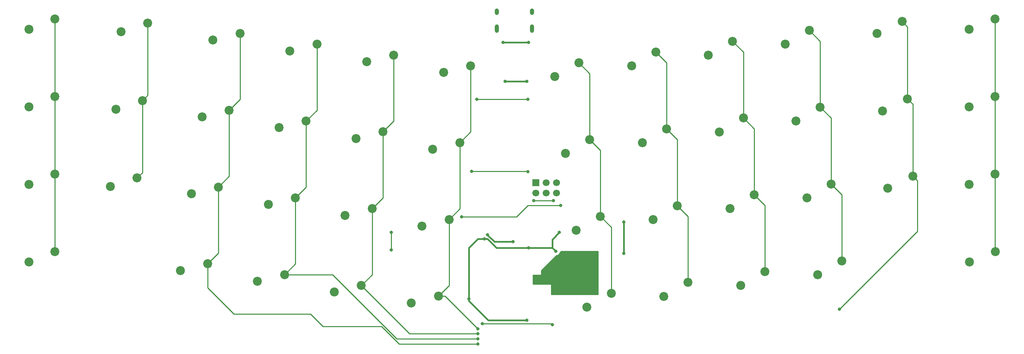
<source format=gbr>
G04 #@! TF.GenerationSoftware,KiCad,Pcbnew,5.1.9-73d0e3b20d~88~ubuntu20.04.1*
G04 #@! TF.CreationDate,2021-04-21T09:56:19-07:00*
G04 #@! TF.ProjectId,test1,74657374-312e-46b6-9963-61645f706362,rev?*
G04 #@! TF.SameCoordinates,Original*
G04 #@! TF.FileFunction,Copper,L1,Top*
G04 #@! TF.FilePolarity,Positive*
%FSLAX46Y46*%
G04 Gerber Fmt 4.6, Leading zero omitted, Abs format (unit mm)*
G04 Created by KiCad (PCBNEW 5.1.9-73d0e3b20d~88~ubuntu20.04.1) date 2021-04-21 09:56:19*
%MOMM*%
%LPD*%
G01*
G04 APERTURE LIST*
G04 #@! TA.AperFunction,ComponentPad*
%ADD10C,2.200000*%
G04 #@! TD*
G04 #@! TA.AperFunction,ComponentPad*
%ADD11O,1.000000X2.100000*%
G04 #@! TD*
G04 #@! TA.AperFunction,ComponentPad*
%ADD12O,1.000000X1.600000*%
G04 #@! TD*
G04 #@! TA.AperFunction,ComponentPad*
%ADD13R,1.700000X1.700000*%
G04 #@! TD*
G04 #@! TA.AperFunction,ComponentPad*
%ADD14C,1.700000*%
G04 #@! TD*
G04 #@! TA.AperFunction,ViaPad*
%ADD15C,0.800000*%
G04 #@! TD*
G04 #@! TA.AperFunction,Conductor*
%ADD16C,0.381000*%
G04 #@! TD*
G04 #@! TA.AperFunction,Conductor*
%ADD17C,0.254000*%
G04 #@! TD*
G04 #@! TA.AperFunction,Conductor*
%ADD18C,2.000000*%
G04 #@! TD*
G04 APERTURE END LIST*
D10*
X222114225Y-97163056D03*
X228048928Y-93764026D03*
X65770730Y-96127667D03*
X72412432Y-94496135D03*
X157564528Y-48522273D03*
X163499231Y-45123243D03*
X28543250Y-94075250D03*
X34893250Y-91535250D03*
X28543250Y-36925250D03*
X34893250Y-34385250D03*
D11*
X143380000Y-36752000D03*
X152020000Y-36752000D03*
D12*
X143380000Y-32572000D03*
X152020000Y-32572000D03*
D10*
X51205742Y-37494803D03*
X57717455Y-35403944D03*
X28543250Y-55975250D03*
X34893250Y-53435250D03*
X259334000Y-94075250D03*
X265684000Y-91535250D03*
X203247483Y-99813598D03*
X209182186Y-96414568D03*
X184382878Y-102464845D03*
X190317581Y-99065815D03*
X165518271Y-105116093D03*
X171452974Y-101717063D03*
X122390298Y-104088782D03*
X129032000Y-102457250D03*
X103501195Y-101430269D03*
X110142897Y-99798737D03*
X84636589Y-98779021D03*
X91278291Y-97147489D03*
X259302250Y-75025250D03*
X265652250Y-72485250D03*
X239340897Y-75948535D03*
X245498247Y-72971769D03*
X219460842Y-78297743D03*
X225395545Y-74898713D03*
X200609485Y-80953440D03*
X206544188Y-77554410D03*
X181731630Y-83600238D03*
X187666333Y-80201208D03*
X162867023Y-86251486D03*
X168801726Y-82852456D03*
X125017050Y-85216909D03*
X131658752Y-83585377D03*
X106152443Y-82565662D03*
X112794145Y-80934130D03*
X87287836Y-79914414D03*
X93929538Y-78282882D03*
X68423230Y-77263167D03*
X75064932Y-75631635D03*
X48548021Y-75501993D03*
X55059734Y-73411134D03*
X28543250Y-75025250D03*
X34893250Y-72485250D03*
X259302250Y-55975250D03*
X265652250Y-53435250D03*
X238012036Y-56944940D03*
X244169386Y-53968174D03*
X216809596Y-59433137D03*
X222744299Y-56034107D03*
X197957367Y-62082644D03*
X203892070Y-58683614D03*
X179080382Y-64735631D03*
X185015085Y-61336601D03*
X160215777Y-67386879D03*
X166150480Y-63987849D03*
X127668297Y-66352303D03*
X134309999Y-64720771D03*
X108803691Y-63701055D03*
X115445393Y-62069523D03*
X89939084Y-61049808D03*
X96580786Y-59418276D03*
X71074477Y-58398560D03*
X77716179Y-56767028D03*
X49876881Y-56498398D03*
X56388594Y-54407539D03*
X259302250Y-36925250D03*
X265652250Y-34385250D03*
X236683175Y-37941345D03*
X242840525Y-34964579D03*
X214158349Y-40568530D03*
X220093052Y-37169500D03*
X195306990Y-43224227D03*
X201241693Y-39825197D03*
X176442383Y-45875474D03*
X182377086Y-42476444D03*
X130319545Y-47487696D03*
X136961247Y-45856164D03*
X111454938Y-44836448D03*
X118096640Y-43204916D03*
X92590331Y-42185201D03*
X99232033Y-40553669D03*
X73725725Y-39533953D03*
X80367427Y-37902421D03*
D13*
X152908000Y-74549000D03*
D14*
X152908000Y-77089000D03*
X155448000Y-74549000D03*
X155448000Y-77089000D03*
X157988000Y-74549000D03*
X157988000Y-77089000D03*
D15*
X140335000Y-88392000D03*
X151130000Y-90551000D03*
X150749000Y-108331000D03*
X136525000Y-103124000D03*
X157861000Y-91440000D03*
X158700567Y-86790433D03*
X144921433Y-40146433D03*
X151195492Y-40139505D03*
X138430000Y-54102000D03*
X151003000Y-54102000D03*
X137160000Y-71755000D03*
X151003000Y-71882000D03*
X134747000Y-82931000D03*
X159004000Y-80137000D03*
X139827000Y-109220000D03*
X156972000Y-109474000D03*
X117475000Y-86741000D03*
X117475000Y-91059000D03*
X138684000Y-114173000D03*
X138684000Y-112903000D03*
X138684000Y-111633000D03*
X138684000Y-110490000D03*
X227457000Y-105664000D03*
X157734000Y-97536000D03*
X167894000Y-96393000D03*
X167894000Y-99441000D03*
X150749000Y-49657000D03*
X145415000Y-49657000D03*
X141125500Y-87376000D03*
X147320000Y-89027000D03*
X174498000Y-84201000D03*
X174498000Y-91948000D03*
X152400000Y-78994000D03*
X157226000Y-78994000D03*
D16*
X151130000Y-90551000D02*
X156337000Y-90551000D01*
X140335000Y-88392000D02*
X138684000Y-88392000D01*
X138684000Y-88392000D02*
X136525000Y-90551000D01*
X136525000Y-90551000D02*
X136525000Y-103124000D01*
X136525000Y-103632000D02*
X141224000Y-108331000D01*
X141224000Y-108331000D02*
X150749000Y-108331000D01*
X150749000Y-108331000D02*
X150749000Y-108331000D01*
X136525000Y-103124000D02*
X136525000Y-103632000D01*
X156972000Y-90551000D02*
X157861000Y-91440000D01*
X156337000Y-90551000D02*
X156972000Y-90551000D01*
X156972000Y-88519000D02*
X156972000Y-90551000D01*
X158700567Y-86790433D02*
X156972000Y-88519000D01*
X143256000Y-90551000D02*
X151130000Y-90551000D01*
X141097000Y-88392000D02*
X143256000Y-90551000D01*
X140335000Y-88392000D02*
X141097000Y-88392000D01*
X144928361Y-40139505D02*
X144921433Y-40146433D01*
X151195492Y-40139505D02*
X144928361Y-40139505D01*
D17*
X138430000Y-54102000D02*
X151003000Y-54102000D01*
X150876000Y-71755000D02*
X151003000Y-71882000D01*
X137160000Y-71755000D02*
X150876000Y-71755000D01*
X148209000Y-82931000D02*
X134747000Y-82931000D01*
X151003000Y-80137000D02*
X148209000Y-82931000D01*
X151003000Y-80137000D02*
X159004000Y-80137000D01*
X139827000Y-109220000D02*
X156718000Y-109220000D01*
X156718000Y-109220000D02*
X156972000Y-109474000D01*
X34893250Y-34385250D02*
X34893250Y-53435250D01*
X34893250Y-53435250D02*
X34893250Y-72485250D01*
X34893250Y-72485250D02*
X34893250Y-91535250D01*
X57717455Y-53078678D02*
X56388594Y-54407539D01*
X57717455Y-35403944D02*
X57717455Y-53078678D01*
X56388594Y-72082274D02*
X55059734Y-73411134D01*
X56388594Y-54407539D02*
X56388594Y-72082274D01*
X117475000Y-86741000D02*
X117475000Y-91059000D01*
X77716179Y-72980388D02*
X77716179Y-56767028D01*
X75064932Y-75631635D02*
X77716179Y-72980388D01*
X80367427Y-54115780D02*
X80367427Y-37902421D01*
X77716179Y-56767028D02*
X80367427Y-54115780D01*
X75064932Y-91843635D02*
X72412432Y-94496135D01*
X75064932Y-75631635D02*
X75064932Y-91843635D01*
X100711000Y-109855000D02*
X115101714Y-109855000D01*
X115101714Y-109855000D02*
X119419714Y-114173000D01*
X119419714Y-114173000D02*
X138684000Y-114173000D01*
X97658800Y-106802800D02*
X100711000Y-109855000D01*
X78862800Y-106802800D02*
X97658800Y-106802800D01*
X72412432Y-100352432D02*
X78862800Y-106802800D01*
X72412432Y-94496135D02*
X72412432Y-100352432D01*
X99232033Y-56767029D02*
X96580786Y-59418276D01*
X99232033Y-40553669D02*
X99232033Y-56767029D01*
X96580786Y-75631634D02*
X93929538Y-78282882D01*
X96580786Y-59418276D02*
X96580786Y-75631634D01*
X93929538Y-94496242D02*
X93929538Y-78282882D01*
X91278291Y-97147489D02*
X93929538Y-94496242D01*
X118791780Y-112903000D02*
X138684000Y-112903000D01*
X103036269Y-97147489D02*
X118791780Y-112903000D01*
X91278291Y-97147489D02*
X103036269Y-97147489D01*
X112794145Y-97147489D02*
X112794145Y-80934130D01*
X110142897Y-99798737D02*
X112794145Y-97147489D01*
X115445393Y-78282882D02*
X115445393Y-62069523D01*
X112794145Y-80934130D02*
X115445393Y-78282882D01*
X118096640Y-59418276D02*
X115445393Y-62069523D01*
X118096640Y-43204916D02*
X118096640Y-59418276D01*
X121977160Y-111633000D02*
X138684000Y-111633000D01*
X110142897Y-99798737D02*
X121977160Y-111633000D01*
X131658752Y-99830498D02*
X131658752Y-83585377D01*
X129032000Y-102457250D02*
X131658752Y-99830498D01*
X134309999Y-80934130D02*
X131658752Y-83585377D01*
X134309999Y-64720771D02*
X134309999Y-80934130D01*
X136961247Y-62069523D02*
X136961247Y-45856164D01*
X134309999Y-64720771D02*
X136961247Y-62069523D01*
X130651250Y-102457250D02*
X138684000Y-110490000D01*
X129032000Y-102457250D02*
X130651250Y-102457250D01*
X168801726Y-66639095D02*
X166150480Y-63987849D01*
X168801726Y-82852456D02*
X168801726Y-66639095D01*
X166150480Y-47774492D02*
X166150480Y-63987849D01*
X163499231Y-45123243D02*
X166150480Y-47774492D01*
X171452974Y-85503704D02*
X168801726Y-82852456D01*
X171452974Y-101717063D02*
X171452974Y-85503704D01*
X185015085Y-45114443D02*
X185015085Y-61336601D01*
X182377086Y-42476444D02*
X185015085Y-45114443D01*
X187666333Y-63987849D02*
X187666333Y-80201208D01*
X185015085Y-61336601D02*
X187666333Y-63987849D01*
X190317581Y-82852456D02*
X190317581Y-99065815D01*
X187666333Y-80201208D02*
X190317581Y-82852456D01*
X206544188Y-61335732D02*
X203892070Y-58683614D01*
X206544188Y-77554410D02*
X206544188Y-61335732D01*
X203892070Y-42475574D02*
X201241693Y-39825197D01*
X203892070Y-58683614D02*
X203892070Y-42475574D01*
X209182186Y-80192408D02*
X209182186Y-96414568D01*
X206544188Y-77554410D02*
X209182186Y-80192408D01*
X222744299Y-39820747D02*
X222744299Y-56034107D01*
X220093052Y-37169500D02*
X222744299Y-39820747D01*
X225395545Y-58685353D02*
X225395545Y-74898713D01*
X222744299Y-56034107D02*
X225395545Y-58685353D01*
X228048928Y-77552096D02*
X228048928Y-93764026D01*
X225395545Y-74898713D02*
X228048928Y-77552096D01*
X244169386Y-36293440D02*
X244169386Y-53968174D01*
X242840525Y-34964579D02*
X244169386Y-36293440D01*
X245498247Y-55297035D02*
X245498247Y-72971769D01*
X244169386Y-53968174D02*
X245498247Y-55297035D01*
X246598246Y-86522754D02*
X227457000Y-105664000D01*
X246598246Y-74071768D02*
X246598246Y-86522754D01*
X245498247Y-72971769D02*
X246598246Y-74071768D01*
X265652250Y-34385250D02*
X265557000Y-34290000D01*
X265652250Y-34385250D02*
X265652250Y-53435250D01*
X265652250Y-53435250D02*
X265652250Y-72485250D01*
X265652250Y-91503500D02*
X265684000Y-91535250D01*
X265652250Y-72485250D02*
X265652250Y-91503500D01*
D16*
X150749000Y-49657000D02*
X145415000Y-49657000D01*
X174498000Y-84201000D02*
X174498000Y-91948000D01*
X142748000Y-89027000D02*
X147320000Y-89027000D01*
X141125500Y-87404500D02*
X142748000Y-89027000D01*
X141125500Y-87376000D02*
X141125500Y-87404500D01*
D17*
X152400000Y-78994000D02*
X157226000Y-78994000D01*
X168148000Y-101981000D02*
X156718000Y-101981000D01*
X156718000Y-99568000D01*
X156715560Y-99543224D01*
X156708333Y-99519399D01*
X156696597Y-99497443D01*
X156680803Y-99478197D01*
X156661557Y-99462403D01*
X156639601Y-99450667D01*
X156615776Y-99443440D01*
X156591000Y-99441000D01*
X152273000Y-99441000D01*
X152273000Y-97282000D01*
X154178000Y-97282000D01*
X154202776Y-97279560D01*
X154226601Y-97272333D01*
X154248557Y-97260597D01*
X154267803Y-97244803D01*
X154283597Y-97225557D01*
X154295333Y-97203601D01*
X154302560Y-97179776D01*
X154305000Y-97155000D01*
X154305000Y-96191606D01*
X158036173Y-92460433D01*
X158162898Y-92435226D01*
X158351256Y-92357205D01*
X158520774Y-92243937D01*
X158664937Y-92099774D01*
X158778205Y-91930256D01*
X158856226Y-91741898D01*
X158867211Y-91686670D01*
X159175549Y-91440000D01*
X168148000Y-91440000D01*
X168148000Y-101981000D01*
G04 #@! TA.AperFunction,Conductor*
D18*
G36*
X168148000Y-101981000D02*
G01*
X156718000Y-101981000D01*
X156718000Y-99568000D01*
X156715560Y-99543224D01*
X156708333Y-99519399D01*
X156696597Y-99497443D01*
X156680803Y-99478197D01*
X156661557Y-99462403D01*
X156639601Y-99450667D01*
X156615776Y-99443440D01*
X156591000Y-99441000D01*
X152273000Y-99441000D01*
X152273000Y-97282000D01*
X154178000Y-97282000D01*
X154202776Y-97279560D01*
X154226601Y-97272333D01*
X154248557Y-97260597D01*
X154267803Y-97244803D01*
X154283597Y-97225557D01*
X154295333Y-97203601D01*
X154302560Y-97179776D01*
X154305000Y-97155000D01*
X154305000Y-96191606D01*
X158036173Y-92460433D01*
X158162898Y-92435226D01*
X158351256Y-92357205D01*
X158520774Y-92243937D01*
X158664937Y-92099774D01*
X158778205Y-91930256D01*
X158856226Y-91741898D01*
X158867211Y-91686670D01*
X159175549Y-91440000D01*
X168148000Y-91440000D01*
X168148000Y-101981000D01*
G37*
G04 #@! TD.AperFunction*
M02*

</source>
